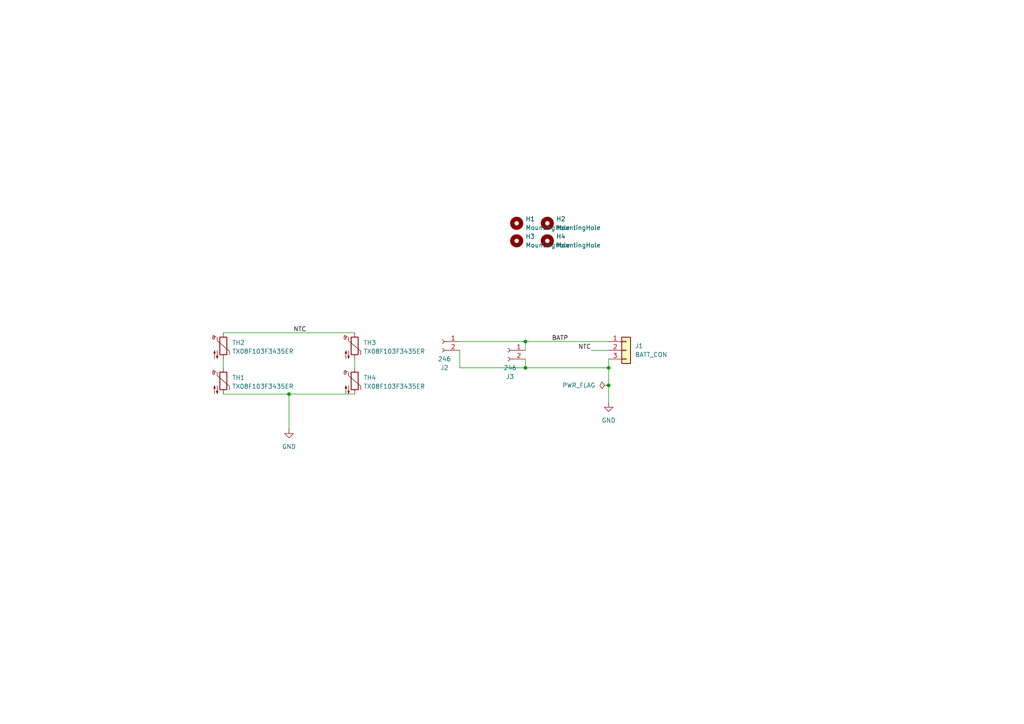
<source format=kicad_sch>
(kicad_sch (version 20231120) (generator "eeschema") (generator_version "8.0")
  (paper "A4")
  (title_block (title "Effective Range - Battery Pack") (date "2025-03-03") (rev "1.0.1") (company "Effective Range Kft.") (comment 1 "visit https://creativecommons.org/licenses/by/4.0/") (comment 2 "is licensed under CC BY 4.0. To view a copy of this license,") (comment 3 "License: MrHAT © 2025 by Ferenc Nandor Janky & Attila Gombos") (comment 4 "Design Engineer: Ferenc Janky"))
  (lib_symbols
    (symbol "Connector:Conn_01x02_Socket" (pin_names (offset 1.016) hide)
      (property "Reference" "J" (at 0 2.54 0))
      (property "Value" "Conn_01x02_Socket" (at 0 -5.08 0))
      (symbol "Conn_01x02_Socket_1_1"
        (arc (start 0 -2.032) (mid -0.5058 -2.54) (end 0 -3.048) (stroke (width 0.1524)))
        (polyline (pts (xy -1.27 -2.54) (xy -0.508 -2.54)) (stroke (width 0.1524)))
        (polyline (pts (xy -1.27 0) (xy -0.508 0)) (stroke (width 0.1524)))
        (arc (start 0 0.508) (mid -0.5058 0) (end 0 -0.508) (stroke (width 0.1524)))
        (pin passive line (at -5.08 0 0) (length 3.81) (name "Pin_1") (number "1"))
        (pin passive line (at -5.08 -2.54 0) (length 3.81) (name "Pin_2") (number "2"))
      )
    )
    (symbol "Connector_Generic:Conn_01x03" (pin_names (offset 1.016) hide)
      (property "Reference" "J" (at 0 5.08 0))
      (property "Value" "Conn_01x03" (at 0 -5.08 0))
      (symbol "Conn_01x03_1_1"
        (rectangle (start -1.27 -2.413) (end 0 -2.667) (stroke (width 0.1524)))
        (rectangle (start -1.27 0.127) (end 0 -0.127) (stroke (width 0.1524)))
        (rectangle (start -1.27 2.667) (end 0 2.413) (stroke (width 0.1524)))
        (rectangle (start -1.27 3.81) (end 1.27 -3.81) (stroke (width 0.254)) (fill (type background)))
        (pin passive line (at -5.08 2.54 0) (length 3.81) (name "Pin_1") (number "1"))
        (pin passive line (at -5.08 0 0) (length 3.81) (name "Pin_2") (number "2"))
        (pin passive line (at -5.08 -2.54 0) (length 3.81) (name "Pin_3") (number "3"))
      )
    )
    (symbol "Device:Thermistor_NTC" (pin_numbers hide) (pin_names (offset 0))
      (property "Reference" "TH" (at -4.445 0 90))
      (property "Value" "Thermistor_NTC" (at 3.175 0 90))
      (symbol "Thermistor_NTC_0_1"
        (arc (start -3.048 2.159) (mid -3.0495 2.3143) (end -3.175 2.413))
        (arc (start -3.048 2.159) (mid -2.9736 1.9794) (end -2.794 1.905))
        (arc (start -3.048 2.794) (mid -2.9736 2.6144) (end -2.794 2.54))
        (arc (start -2.794 1.905) (mid -2.6144 1.9794) (end -2.54 2.159))
        (arc (start -2.794 2.54) (mid -2.4393 2.5587) (end -2.159 2.794))
        (arc (start -2.794 3.048) (mid -2.9736 2.9736) (end -3.048 2.794))
        (arc (start -2.54 2.794) (mid -2.6144 2.9736) (end -2.794 3.048))
        (rectangle (start -1.016 2.54) (end 1.016 -2.54) (stroke (width 0.254)))
        (polyline (pts (xy -2.54 2.159) (xy -2.54 2.794)))
        (polyline (pts (xy -1.778 2.54) (xy -1.778 1.524) (xy 1.778 -1.524) (xy 1.778 -2.54)))
        (polyline (pts (xy -2.54 -3.683) (xy -2.54 -1.397) (xy -2.794 -2.159) (xy -2.286 -2.159) (xy -2.54 -1.397) (xy -2.54 -1.651)) (fill (type outline)))
        (polyline (pts (xy -1.778 -1.397) (xy -1.778 -3.683) (xy -2.032 -2.921) (xy -1.524 -2.921) (xy -1.778 -3.683) (xy -1.778 -3.429)) (fill (type outline)))
      )
      (symbol "Thermistor_NTC_1_1"
        (pin passive line (at 0 3.81 270) (length 1.27) (name "~") (number "1"))
        (pin passive line (at 0 -3.81 90) (length 1.27) (name "~") (number "2"))
      )
    )
    (symbol "Mechanical:MountingHole" (pin_names (offset 1.016)) (exclude_from_sim yes) (in_bom no)
      (property "Reference" "H" (at 0 5.08 0))
      (property "Value" "MountingHole" (at 0 3.175 0))
      (symbol "MountingHole_0_1"
        (circle (center 0 0) (radius 1.27) (stroke (width 1.27)))
      )
    )
    (symbol "power:GND" (power) (pin_numbers hide) (pin_names (offset 0) hide)
      (property "Value" "GND" (at 0 -3.81 0))
      (symbol "GND_0_1"
        (polyline (pts (xy 0 0) (xy 0 -1.27) (xy 1.27 -1.27) (xy 0 -2.54) (xy -1.27 -1.27) (xy 0 -1.27)))
      )
      (symbol "GND_1_1"
        (pin power_in line (at 0 0 270) (length 0) (name "~") (number "1"))
      )
    )
    (symbol "power:PWR_FLAG" (power) (pin_numbers hide) (pin_names (offset 0) hide)
      (property "Value" "PWR_FLAG" (at 0 3.81 0))
      (symbol "PWR_FLAG_0_0"
        (pin power_out line (at 0 0 90) (length 0) (name "~") (number "1"))
      )
      (symbol "PWR_FLAG_0_1"
        (polyline (pts (xy 0 0) (xy 0 1.27) (xy -1.016 1.905) (xy 0 2.54) (xy 1.016 1.905) (xy 0 1.27)))
      )
    )
  )
  (junction (at 176.53 111.76))
  (junction (at 152.4 99.06))
  (junction (at 83.82 114.3))
  (junction (at 176.53 106.68))
  (junction (at 152.4 106.68))
  (wire (pts (xy 102.87 106.68) (xy 102.87 104.14)))
  (wire (pts (xy 152.4 99.06) (xy 152.4 101.6)))
  (wire (pts (xy 133.35 106.68) (xy 152.4 106.68)))
  (wire (pts (xy 176.53 106.68) (xy 176.53 111.76)))
  (wire (pts (xy 83.82 114.3) (xy 83.82 124.46)))
  (wire (pts (xy 64.77 104.14) (xy 64.77 106.68)))
  (wire (pts (xy 152.4 106.68) (xy 176.53 106.68)))
  (wire (pts (xy 176.53 111.76) (xy 176.53 116.84)))
  (wire (pts (xy 171.45 101.6) (xy 176.53 101.6)))
  (wire (pts (xy 133.35 99.06) (xy 152.4 99.06)))
  (wire (pts (xy 176.53 104.14) (xy 176.53 106.68)))
  (wire (pts (xy 152.4 99.06) (xy 176.53 99.06)))
  (wire (pts (xy 83.82 114.3) (xy 102.87 114.3)))
  (wire (pts (xy 152.4 104.14) (xy 152.4 106.68)))
  (wire (pts (xy 64.77 96.52) (xy 102.87 96.52)))
  (wire (pts (xy 64.77 114.3) (xy 83.82 114.3)))
  (wire (pts (xy 133.35 101.6) (xy 133.35 106.68)))
  (label "BATP" (at 160.02 99.06 0))
  (label "NTC" (at 85.09 96.52 0))
  (label "NTC" (at 171.45 101.6 180))
  (symbol (lib_id "power:GND") (at 176.53 116.84 0) (unit 1)
    (property "Reference" "#PWR01" (effects (hide yes)))
    (property "Value" "GND" (at 176.53 121.92 0))
    (property "Description" "Power symbol creates a global label with name \"GND\" , ground" (effects (hide yes)))
  )
  (symbol (lib_id "Mechanical:MountingHole") (at 158.75 69.85 0) (unit 1) (exclude_from_sim yes) (in_bom no)
    (property "Reference" "H4" (at 161.29 68.5799 0) (effects (justify left)))
    (property "Value" "MountingHole" (at 161.29 71.1199 0) (effects (justify left)))
    (property "Footprint" "MountingHole:MountingHole_2.7mm_M2.5" (effects (hide yes)))
    (property "Description" "Mounting Hole without connection" (effects (hide yes)))
  )
  (symbol (lib_id "Connector_Generic:Conn_01x03") (at 181.61 101.6 0) (unit 1)
    (property "Reference" "J1" (at 184.15 100.3299 0) (effects (justify left)))
    (property "Value" "BATT_CON" (at 184.15 102.8699 0) (effects (justify left)))
    (property "Footprint" "Library:CONN03_533750310_MOL" (effects (hide yes)))
    (property "Description" "Generic connector, single row, 01x03, script generated (kicad-library-utils/schlib/autogen/connector/)" (effects (hide yes)))
    (property "MPN" "533750310" (effects (hide yes)))
    (property "Manufacturer" "Molex" (effects (hide yes)))
    (property "SupplierLink" "https://eu.mouser.com/ProductDetail/Molex/53375-0310?qs=kD7lmHUVEJbTZwckk9uvMw%3D%3D&utm_source=OEMSecrets&utm_medium=aggregator&utm_campaign=533750310&utm_term=533750310&utm_content=Molex&_gl=1*a7gvlm*_ga*dW5kZWZpbmVk*_ga_15W4STQT4T*dW5kZWZpbmVk*_ga_1KQLCYKRX3*dW5kZWZpbmVk" (effects (hide yes)))
  )
  (symbol (lib_id "Mechanical:MountingHole") (at 149.86 69.85 0) (unit 1) (exclude_from_sim yes) (in_bom no)
    (property "Reference" "H3" (at 152.4 68.5799 0) (effects (justify left)))
    (property "Value" "MountingHole" (at 152.4 71.1199 0) (effects (justify left)))
    (property "Footprint" "MountingHole:MountingHole_2.7mm_M2.5" (effects (hide yes)))
    (property "Description" "Mounting Hole without connection" (effects (hide yes)))
  )
  (symbol (lib_id "Connector:Conn_01x02_Socket") (at 128.27 99.06 0) (mirror y) (unit 1)
    (property "Reference" "J2" (at 128.905 106.68 0))
    (property "Value" "246" (at 128.905 104.14 0))
    (property "Footprint" "Library:KeyElco246_cell" (effects (hide yes)))
    (property "Description" "Generic connector, single row, 01x02, script generated" (effects (hide yes)))
    (property "MPN" "246" (effects (hide yes)))
    (property "Manufacturer" "Keystone Electronics" (effects (hide yes)))
    (property "SupplierLink" "https://www.digikey.hu/en/products/detail/keystone-electronics/246/12751662" (effects (hide yes)))
  )
  (symbol (lib_id "Mechanical:MountingHole") (at 158.75 64.77 0) (unit 1) (exclude_from_sim yes) (in_bom no)
    (property "Reference" "H2" (at 161.29 63.4999 0) (effects (justify left)))
    (property "Value" "MountingHole" (at 161.29 66.0399 0) (effects (justify left)))
    (property "Footprint" "MountingHole:MountingHole_2.7mm_M2.5" (effects (hide yes)))
    (property "Description" "Mounting Hole without connection" (effects (hide yes)))
  )
  (symbol (lib_id "Device:Thermistor_NTC") (at 102.87 110.49 0) (unit 1)
    (property "Reference" "TH4" (at 105.41 109.5374 0) (effects (justify left)))
    (property "Value" "TX08F103F3435ER" (at 105.41 112.0774 0) (effects (justify left)))
    (property "Footprint" "Resistor_SMD:R_0805_2012Metric" (effects (hide yes)))
    (property "Description" "Temperature dependent resistor, negative temperature coefficient" (effects (hide yes)))
    (property "MPN" "TX08F103F3435ER" (effects (hide yes)))
    (property "Manufacturer" "Ohmite" (effects (hide yes)))
    (property "SupplierLink" "https://www.digikey.hu/en/products/detail/ohmite/TX08F103F3435ER/13998791" (effects (hide yes)))
  )
  (symbol (lib_id "power:GND") (at 83.82 124.46 0) (unit 1)
    (property "Reference" "#PWR02" (effects (hide yes)))
    (property "Value" "GND" (at 83.82 129.54 0))
    (property "Description" "Power symbol creates a global label with name \"GND\" , ground" (effects (hide yes)))
  )
  (symbol (lib_id "Connector:Conn_01x02_Socket") (at 147.32 101.6 0) (mirror y) (unit 1)
    (property "Reference" "J3" (at 147.955 109.22 0))
    (property "Value" "246" (at 147.955 106.68 0))
    (property "Footprint" "Library:KeyElco246_cell" (effects (hide yes)))
    (property "Description" "Generic connector, single row, 01x02, script generated" (effects (hide yes)))
    (property "MPN" "246" (effects (hide yes)))
    (property "Manufacturer" "Keystone Electronics" (effects (hide yes)))
    (property "SupplierLink" "https://www.digikey.hu/en/products/detail/keystone-electronics/246/12751662" (effects (hide yes)))
  )
  (symbol (lib_id "power:PWR_FLAG") (at 176.53 111.76 90) (unit 1)
    (property "Reference" "#FLG01" (effects (hide yes)))
    (property "Value" "PWR_FLAG" (at 172.72 111.7599 90) (effects (justify left)))
    (property "Description" "Special symbol for telling ERC where power comes from" (effects (hide yes)))
  )
  (symbol (lib_id "Device:Thermistor_NTC") (at 102.87 100.33 0) (unit 1)
    (property "Reference" "TH3" (at 105.41 99.3774 0) (effects (justify left)))
    (property "Value" "TX08F103F3435ER" (at 105.41 101.9174 0) (effects (justify left)))
    (property "Footprint" "Resistor_SMD:R_0805_2012Metric" (effects (hide yes)))
    (property "Description" "Temperature dependent resistor, negative temperature coefficient" (effects (hide yes)))
    (property "MPN" "TX08F103F3435ER" (effects (hide yes)))
    (property "Manufacturer" "Ohmite" (effects (hide yes)))
    (property "SupplierLink" "https://www.digikey.hu/en/products/detail/ohmite/TX08F103F3435ER/13998791" (effects (hide yes)))
  )
  (symbol (lib_id "Mechanical:MountingHole") (at 149.86 64.77 0) (unit 1) (exclude_from_sim yes) (in_bom no)
    (property "Reference" "H1" (at 152.4 63.4999 0) (effects (justify left)))
    (property "Value" "MountingHole" (at 152.4 66.0399 0) (effects (justify left)))
    (property "Footprint" "MountingHole:MountingHole_2.7mm_M2.5" (effects (hide yes)))
    (property "Description" "Mounting Hole without connection" (effects (hide yes)))
  )
  (symbol (lib_id "Device:Thermistor_NTC") (at 64.77 100.33 0) (unit 1)
    (property "Reference" "TH2" (at 67.31 99.3774 0) (effects (justify left)))
    (property "Value" "TX08F103F3435ER" (at 67.31 101.9174 0) (effects (justify left)))
    (property "Footprint" "Resistor_SMD:R_0805_2012Metric" (effects (hide yes)))
    (property "Description" "Temperature dependent resistor, negative temperature coefficient" (effects (hide yes)))
    (property "MPN" "TX08F103F3435ER" (effects (hide yes)))
    (property "Manufacturer" "Ohmite" (effects (hide yes)))
    (property "SupplierLink" "https://www.digikey.hu/en/products/detail/ohmite/TX08F103F3435ER/13998791" (effects (hide yes)))
  )
  (symbol (lib_id "Device:Thermistor_NTC") (at 64.77 110.49 0) (unit 1)
    (property "Reference" "TH1" (at 67.31 109.5374 0) (effects (justify left)))
    (property "Value" "TX08F103F3435ER" (at 67.31 112.0774 0) (effects (justify left)))
    (property "Footprint" "Resistor_SMD:R_0805_2012Metric" (effects (hide yes)))
    (property "Description" "Temperature dependent resistor, negative temperature coefficient" (effects (hide yes)))
    (property "MPN" "TX08F103F3435ER" (effects (hide yes)))
    (property "Manufacturer" "Ohmite" (effects (hide yes)))
    (property "SupplierLink" "https://www.digikey.hu/en/products/detail/ohmite/TX08F103F3435ER/13998791" (effects (hide yes)))
  )
)
</source>
